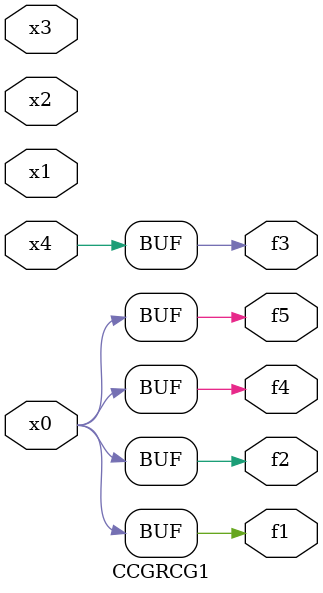
<source format=v>
module CCGRCG1(
	input x0, x1, x2, x3, x4,
	output f1, f2, f3, f4, f5
);
	assign f1 = x0;
	assign f2 = x0;
	assign f3 = x4;
	assign f4 = x0;
	assign f5 = x0;
endmodule

</source>
